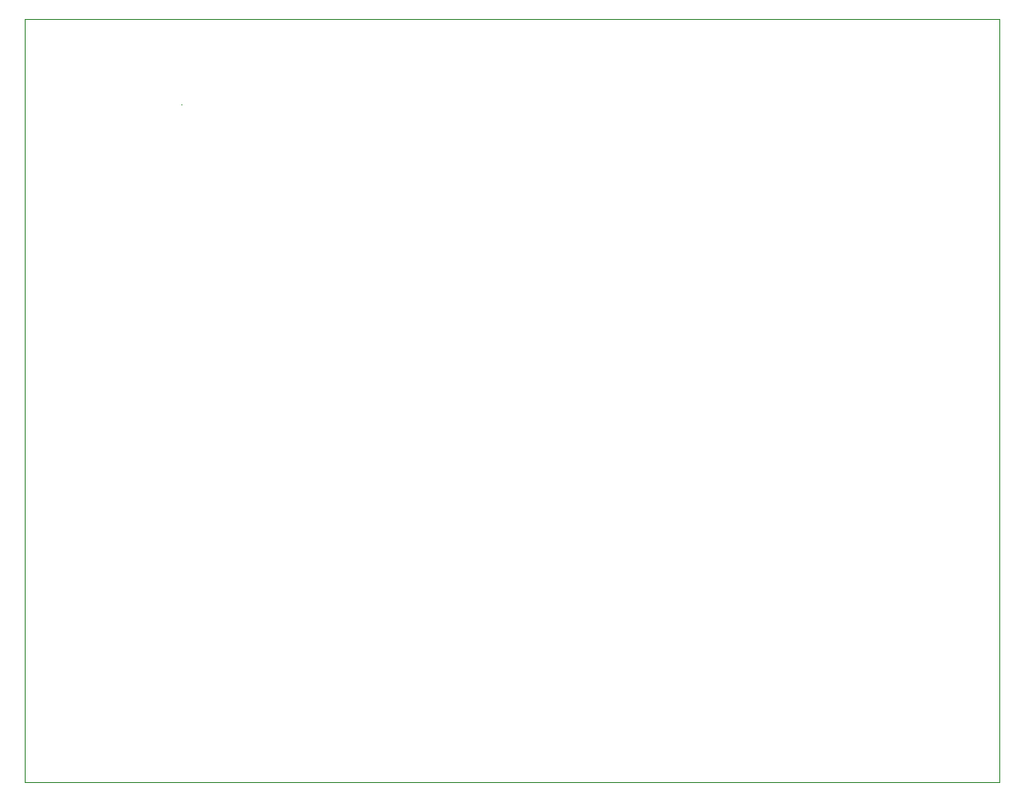
<source format=gbr>
G04 (created by PCBNEW (2013-07-07 BZR 4022)-stable) date 02/12/2014 00:26:50*
%MOIN*%
G04 Gerber Fmt 3.4, Leading zero omitted, Abs format*
%FSLAX34Y34*%
G01*
G70*
G90*
G04 APERTURE LIST*
%ADD10C,0.00590551*%
%ADD11C,0.00393701*%
G04 APERTURE END LIST*
G54D10*
G54D11*
X16500Y-15000D02*
G75*
G03X16500Y-15000I0J0D01*
G74*
G01*
X16499Y-15000D02*
X16500Y-15000D01*
X16500Y-14999D02*
X16500Y-15000D01*
X45200Y-12000D02*
X45200Y-38800D01*
X11000Y-38800D02*
X45200Y-38800D01*
X11000Y-12000D02*
X45200Y-12000D01*
X11000Y-12000D02*
X11000Y-38800D01*
M02*

</source>
